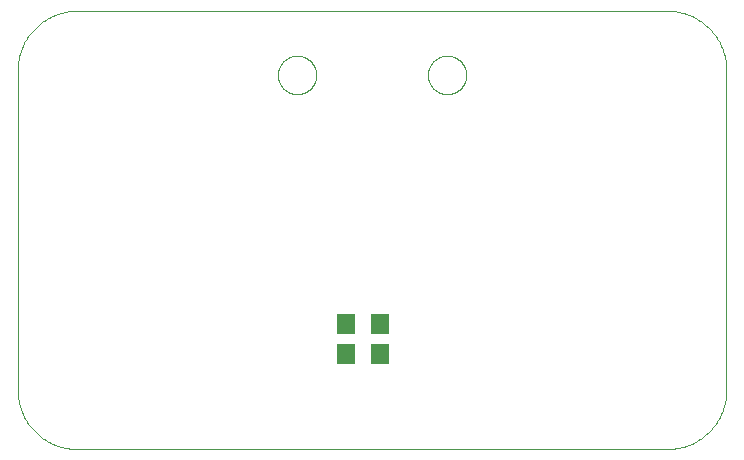
<source format=gtp>
G04 EAGLE Gerber RS-274X export*
G75*
%MOMM*%
%FSLAX34Y34*%
%LPD*%
%INSolder paste top*%
%IPPOS*%
%AMOC8*
5,1,8,0,0,1.08239X$1,22.5*%
G01*
%ADD10C,0.000000*%
%ADD11R,1.600000X1.803000*%


D10*
X0Y321000D02*
X0Y50000D01*
X15Y48792D01*
X58Y47584D01*
X131Y46378D01*
X233Y45174D01*
X365Y43973D01*
X525Y42776D01*
X714Y41582D01*
X931Y40394D01*
X1178Y39211D01*
X1453Y38034D01*
X1756Y36865D01*
X2088Y35703D01*
X2447Y34549D01*
X2834Y33405D01*
X3249Y32270D01*
X3691Y31145D01*
X4160Y30032D01*
X4656Y28930D01*
X5179Y27840D01*
X5727Y26764D01*
X6302Y25701D01*
X6902Y24652D01*
X7527Y23618D01*
X8176Y22599D01*
X8851Y21597D01*
X9549Y20611D01*
X10271Y19642D01*
X11016Y18691D01*
X11784Y17758D01*
X12574Y16844D01*
X13387Y15949D01*
X14220Y15074D01*
X15074Y14220D01*
X15949Y13387D01*
X16844Y12574D01*
X17758Y11784D01*
X18691Y11016D01*
X19642Y10271D01*
X20611Y9549D01*
X21597Y8851D01*
X22599Y8176D01*
X23618Y7527D01*
X24652Y6902D01*
X25701Y6302D01*
X26764Y5727D01*
X27840Y5179D01*
X28930Y4656D01*
X30032Y4160D01*
X31145Y3691D01*
X32270Y3249D01*
X33405Y2834D01*
X34549Y2447D01*
X35703Y2088D01*
X36865Y1756D01*
X38034Y1453D01*
X39211Y1178D01*
X40394Y931D01*
X41582Y714D01*
X42776Y525D01*
X43973Y365D01*
X45174Y233D01*
X46378Y131D01*
X47584Y58D01*
X48792Y15D01*
X50000Y0D01*
X550000Y0D01*
X551208Y15D01*
X552416Y58D01*
X553622Y131D01*
X554826Y233D01*
X556027Y365D01*
X557224Y525D01*
X558418Y714D01*
X559606Y931D01*
X560789Y1178D01*
X561966Y1453D01*
X563135Y1756D01*
X564297Y2088D01*
X565451Y2447D01*
X566595Y2834D01*
X567730Y3249D01*
X568855Y3691D01*
X569968Y4160D01*
X571070Y4656D01*
X572160Y5179D01*
X573236Y5727D01*
X574299Y6302D01*
X575348Y6902D01*
X576382Y7527D01*
X577401Y8176D01*
X578403Y8851D01*
X579389Y9549D01*
X580358Y10271D01*
X581309Y11016D01*
X582242Y11784D01*
X583156Y12574D01*
X584051Y13387D01*
X584926Y14220D01*
X585780Y15074D01*
X586613Y15949D01*
X587426Y16844D01*
X588216Y17758D01*
X588984Y18691D01*
X589729Y19642D01*
X590451Y20611D01*
X591149Y21597D01*
X591824Y22599D01*
X592473Y23618D01*
X593098Y24652D01*
X593698Y25701D01*
X594273Y26764D01*
X594821Y27840D01*
X595344Y28930D01*
X595840Y30032D01*
X596309Y31145D01*
X596751Y32270D01*
X597166Y33405D01*
X597553Y34549D01*
X597912Y35703D01*
X598244Y36865D01*
X598547Y38034D01*
X598822Y39211D01*
X599069Y40394D01*
X599286Y41582D01*
X599475Y42776D01*
X599635Y43973D01*
X599767Y45174D01*
X599869Y46378D01*
X599942Y47584D01*
X599985Y48792D01*
X600000Y50000D01*
X600000Y321000D01*
X599985Y322208D01*
X599942Y323416D01*
X599869Y324622D01*
X599767Y325826D01*
X599635Y327027D01*
X599475Y328224D01*
X599286Y329418D01*
X599069Y330606D01*
X598822Y331789D01*
X598547Y332966D01*
X598244Y334135D01*
X597912Y335297D01*
X597553Y336451D01*
X597166Y337595D01*
X596751Y338730D01*
X596309Y339855D01*
X595840Y340968D01*
X595344Y342070D01*
X594821Y343160D01*
X594273Y344236D01*
X593698Y345299D01*
X593098Y346348D01*
X592473Y347382D01*
X591824Y348401D01*
X591149Y349403D01*
X590451Y350389D01*
X589729Y351358D01*
X588984Y352309D01*
X588216Y353242D01*
X587426Y354156D01*
X586613Y355051D01*
X585780Y355926D01*
X584926Y356780D01*
X584051Y357613D01*
X583156Y358426D01*
X582242Y359216D01*
X581309Y359984D01*
X580358Y360729D01*
X579389Y361451D01*
X578403Y362149D01*
X577401Y362824D01*
X576382Y363473D01*
X575348Y364098D01*
X574299Y364698D01*
X573236Y365273D01*
X572160Y365821D01*
X571070Y366344D01*
X569968Y366840D01*
X568855Y367309D01*
X567730Y367751D01*
X566595Y368166D01*
X565451Y368553D01*
X564297Y368912D01*
X563135Y369244D01*
X561966Y369547D01*
X560789Y369822D01*
X559606Y370069D01*
X558418Y370286D01*
X557224Y370475D01*
X556027Y370635D01*
X554826Y370767D01*
X553622Y370869D01*
X552416Y370942D01*
X551208Y370985D01*
X550000Y371000D01*
X50000Y371000D01*
X48792Y370985D01*
X47584Y370942D01*
X46378Y370869D01*
X45174Y370767D01*
X43973Y370635D01*
X42776Y370475D01*
X41582Y370286D01*
X40394Y370069D01*
X39211Y369822D01*
X38034Y369547D01*
X36865Y369244D01*
X35703Y368912D01*
X34549Y368553D01*
X33405Y368166D01*
X32270Y367751D01*
X31145Y367309D01*
X30032Y366840D01*
X28930Y366344D01*
X27840Y365821D01*
X26764Y365273D01*
X25701Y364698D01*
X24652Y364098D01*
X23618Y363473D01*
X22599Y362824D01*
X21597Y362149D01*
X20611Y361451D01*
X19642Y360729D01*
X18691Y359984D01*
X17758Y359216D01*
X16844Y358426D01*
X15949Y357613D01*
X15074Y356780D01*
X14220Y355926D01*
X13387Y355051D01*
X12574Y354156D01*
X11784Y353242D01*
X11016Y352309D01*
X10271Y351358D01*
X9549Y350389D01*
X8851Y349403D01*
X8176Y348401D01*
X7527Y347382D01*
X6902Y346348D01*
X6302Y345299D01*
X5727Y344236D01*
X5179Y343160D01*
X4656Y342070D01*
X4160Y340968D01*
X3691Y339855D01*
X3249Y338730D01*
X2834Y337595D01*
X2447Y336451D01*
X2088Y335297D01*
X1756Y334135D01*
X1453Y332966D01*
X1178Y331789D01*
X931Y330606D01*
X714Y329418D01*
X525Y328224D01*
X365Y327027D01*
X233Y325826D01*
X131Y324622D01*
X58Y323416D01*
X15Y322208D01*
X0Y321000D01*
D11*
X277880Y80800D03*
X306320Y80800D03*
X277880Y106200D03*
X306320Y106200D03*
D10*
X220244Y316700D02*
X220249Y317099D01*
X220264Y317498D01*
X220288Y317896D01*
X220322Y318293D01*
X220366Y318690D01*
X220420Y319085D01*
X220483Y319479D01*
X220556Y319871D01*
X220639Y320262D01*
X220731Y320650D01*
X220833Y321036D01*
X220944Y321419D01*
X221064Y321799D01*
X221194Y322176D01*
X221333Y322550D01*
X221481Y322921D01*
X221639Y323288D01*
X221805Y323650D01*
X221980Y324009D01*
X222163Y324363D01*
X222356Y324713D01*
X222557Y325057D01*
X222766Y325397D01*
X222984Y325731D01*
X223209Y326060D01*
X223443Y326384D01*
X223685Y326701D01*
X223934Y327013D01*
X224191Y327318D01*
X224455Y327617D01*
X224727Y327909D01*
X225005Y328195D01*
X225291Y328473D01*
X225583Y328745D01*
X225882Y329009D01*
X226187Y329266D01*
X226499Y329515D01*
X226816Y329757D01*
X227140Y329991D01*
X227469Y330216D01*
X227803Y330434D01*
X228143Y330643D01*
X228487Y330844D01*
X228837Y331037D01*
X229191Y331220D01*
X229550Y331395D01*
X229912Y331561D01*
X230279Y331719D01*
X230650Y331867D01*
X231024Y332006D01*
X231401Y332136D01*
X231781Y332256D01*
X232164Y332367D01*
X232550Y332469D01*
X232938Y332561D01*
X233329Y332644D01*
X233721Y332717D01*
X234115Y332780D01*
X234510Y332834D01*
X234907Y332878D01*
X235304Y332912D01*
X235702Y332936D01*
X236101Y332951D01*
X236500Y332956D01*
X236899Y332951D01*
X237298Y332936D01*
X237696Y332912D01*
X238093Y332878D01*
X238490Y332834D01*
X238885Y332780D01*
X239279Y332717D01*
X239671Y332644D01*
X240062Y332561D01*
X240450Y332469D01*
X240836Y332367D01*
X241219Y332256D01*
X241599Y332136D01*
X241976Y332006D01*
X242350Y331867D01*
X242721Y331719D01*
X243088Y331561D01*
X243450Y331395D01*
X243809Y331220D01*
X244163Y331037D01*
X244513Y330844D01*
X244857Y330643D01*
X245197Y330434D01*
X245531Y330216D01*
X245860Y329991D01*
X246184Y329757D01*
X246501Y329515D01*
X246813Y329266D01*
X247118Y329009D01*
X247417Y328745D01*
X247709Y328473D01*
X247995Y328195D01*
X248273Y327909D01*
X248545Y327617D01*
X248809Y327318D01*
X249066Y327013D01*
X249315Y326701D01*
X249557Y326384D01*
X249791Y326060D01*
X250016Y325731D01*
X250234Y325397D01*
X250443Y325057D01*
X250644Y324713D01*
X250837Y324363D01*
X251020Y324009D01*
X251195Y323650D01*
X251361Y323288D01*
X251519Y322921D01*
X251667Y322550D01*
X251806Y322176D01*
X251936Y321799D01*
X252056Y321419D01*
X252167Y321036D01*
X252269Y320650D01*
X252361Y320262D01*
X252444Y319871D01*
X252517Y319479D01*
X252580Y319085D01*
X252634Y318690D01*
X252678Y318293D01*
X252712Y317896D01*
X252736Y317498D01*
X252751Y317099D01*
X252756Y316700D01*
X252751Y316301D01*
X252736Y315902D01*
X252712Y315504D01*
X252678Y315107D01*
X252634Y314710D01*
X252580Y314315D01*
X252517Y313921D01*
X252444Y313529D01*
X252361Y313138D01*
X252269Y312750D01*
X252167Y312364D01*
X252056Y311981D01*
X251936Y311601D01*
X251806Y311224D01*
X251667Y310850D01*
X251519Y310479D01*
X251361Y310112D01*
X251195Y309750D01*
X251020Y309391D01*
X250837Y309037D01*
X250644Y308687D01*
X250443Y308343D01*
X250234Y308003D01*
X250016Y307669D01*
X249791Y307340D01*
X249557Y307016D01*
X249315Y306699D01*
X249066Y306387D01*
X248809Y306082D01*
X248545Y305783D01*
X248273Y305491D01*
X247995Y305205D01*
X247709Y304927D01*
X247417Y304655D01*
X247118Y304391D01*
X246813Y304134D01*
X246501Y303885D01*
X246184Y303643D01*
X245860Y303409D01*
X245531Y303184D01*
X245197Y302966D01*
X244857Y302757D01*
X244513Y302556D01*
X244163Y302363D01*
X243809Y302180D01*
X243450Y302005D01*
X243088Y301839D01*
X242721Y301681D01*
X242350Y301533D01*
X241976Y301394D01*
X241599Y301264D01*
X241219Y301144D01*
X240836Y301033D01*
X240450Y300931D01*
X240062Y300839D01*
X239671Y300756D01*
X239279Y300683D01*
X238885Y300620D01*
X238490Y300566D01*
X238093Y300522D01*
X237696Y300488D01*
X237298Y300464D01*
X236899Y300449D01*
X236500Y300444D01*
X236101Y300449D01*
X235702Y300464D01*
X235304Y300488D01*
X234907Y300522D01*
X234510Y300566D01*
X234115Y300620D01*
X233721Y300683D01*
X233329Y300756D01*
X232938Y300839D01*
X232550Y300931D01*
X232164Y301033D01*
X231781Y301144D01*
X231401Y301264D01*
X231024Y301394D01*
X230650Y301533D01*
X230279Y301681D01*
X229912Y301839D01*
X229550Y302005D01*
X229191Y302180D01*
X228837Y302363D01*
X228487Y302556D01*
X228143Y302757D01*
X227803Y302966D01*
X227469Y303184D01*
X227140Y303409D01*
X226816Y303643D01*
X226499Y303885D01*
X226187Y304134D01*
X225882Y304391D01*
X225583Y304655D01*
X225291Y304927D01*
X225005Y305205D01*
X224727Y305491D01*
X224455Y305783D01*
X224191Y306082D01*
X223934Y306387D01*
X223685Y306699D01*
X223443Y307016D01*
X223209Y307340D01*
X222984Y307669D01*
X222766Y308003D01*
X222557Y308343D01*
X222356Y308687D01*
X222163Y309037D01*
X221980Y309391D01*
X221805Y309750D01*
X221639Y310112D01*
X221481Y310479D01*
X221333Y310850D01*
X221194Y311224D01*
X221064Y311601D01*
X220944Y311981D01*
X220833Y312364D01*
X220731Y312750D01*
X220639Y313138D01*
X220556Y313529D01*
X220483Y313921D01*
X220420Y314315D01*
X220366Y314710D01*
X220322Y315107D01*
X220288Y315504D01*
X220264Y315902D01*
X220249Y316301D01*
X220244Y316700D01*
X347244Y316700D02*
X347249Y317099D01*
X347264Y317498D01*
X347288Y317896D01*
X347322Y318293D01*
X347366Y318690D01*
X347420Y319085D01*
X347483Y319479D01*
X347556Y319871D01*
X347639Y320262D01*
X347731Y320650D01*
X347833Y321036D01*
X347944Y321419D01*
X348064Y321799D01*
X348194Y322176D01*
X348333Y322550D01*
X348481Y322921D01*
X348639Y323288D01*
X348805Y323650D01*
X348980Y324009D01*
X349163Y324363D01*
X349356Y324713D01*
X349557Y325057D01*
X349766Y325397D01*
X349984Y325731D01*
X350209Y326060D01*
X350443Y326384D01*
X350685Y326701D01*
X350934Y327013D01*
X351191Y327318D01*
X351455Y327617D01*
X351727Y327909D01*
X352005Y328195D01*
X352291Y328473D01*
X352583Y328745D01*
X352882Y329009D01*
X353187Y329266D01*
X353499Y329515D01*
X353816Y329757D01*
X354140Y329991D01*
X354469Y330216D01*
X354803Y330434D01*
X355143Y330643D01*
X355487Y330844D01*
X355837Y331037D01*
X356191Y331220D01*
X356550Y331395D01*
X356912Y331561D01*
X357279Y331719D01*
X357650Y331867D01*
X358024Y332006D01*
X358401Y332136D01*
X358781Y332256D01*
X359164Y332367D01*
X359550Y332469D01*
X359938Y332561D01*
X360329Y332644D01*
X360721Y332717D01*
X361115Y332780D01*
X361510Y332834D01*
X361907Y332878D01*
X362304Y332912D01*
X362702Y332936D01*
X363101Y332951D01*
X363500Y332956D01*
X363899Y332951D01*
X364298Y332936D01*
X364696Y332912D01*
X365093Y332878D01*
X365490Y332834D01*
X365885Y332780D01*
X366279Y332717D01*
X366671Y332644D01*
X367062Y332561D01*
X367450Y332469D01*
X367836Y332367D01*
X368219Y332256D01*
X368599Y332136D01*
X368976Y332006D01*
X369350Y331867D01*
X369721Y331719D01*
X370088Y331561D01*
X370450Y331395D01*
X370809Y331220D01*
X371163Y331037D01*
X371513Y330844D01*
X371857Y330643D01*
X372197Y330434D01*
X372531Y330216D01*
X372860Y329991D01*
X373184Y329757D01*
X373501Y329515D01*
X373813Y329266D01*
X374118Y329009D01*
X374417Y328745D01*
X374709Y328473D01*
X374995Y328195D01*
X375273Y327909D01*
X375545Y327617D01*
X375809Y327318D01*
X376066Y327013D01*
X376315Y326701D01*
X376557Y326384D01*
X376791Y326060D01*
X377016Y325731D01*
X377234Y325397D01*
X377443Y325057D01*
X377644Y324713D01*
X377837Y324363D01*
X378020Y324009D01*
X378195Y323650D01*
X378361Y323288D01*
X378519Y322921D01*
X378667Y322550D01*
X378806Y322176D01*
X378936Y321799D01*
X379056Y321419D01*
X379167Y321036D01*
X379269Y320650D01*
X379361Y320262D01*
X379444Y319871D01*
X379517Y319479D01*
X379580Y319085D01*
X379634Y318690D01*
X379678Y318293D01*
X379712Y317896D01*
X379736Y317498D01*
X379751Y317099D01*
X379756Y316700D01*
X379751Y316301D01*
X379736Y315902D01*
X379712Y315504D01*
X379678Y315107D01*
X379634Y314710D01*
X379580Y314315D01*
X379517Y313921D01*
X379444Y313529D01*
X379361Y313138D01*
X379269Y312750D01*
X379167Y312364D01*
X379056Y311981D01*
X378936Y311601D01*
X378806Y311224D01*
X378667Y310850D01*
X378519Y310479D01*
X378361Y310112D01*
X378195Y309750D01*
X378020Y309391D01*
X377837Y309037D01*
X377644Y308687D01*
X377443Y308343D01*
X377234Y308003D01*
X377016Y307669D01*
X376791Y307340D01*
X376557Y307016D01*
X376315Y306699D01*
X376066Y306387D01*
X375809Y306082D01*
X375545Y305783D01*
X375273Y305491D01*
X374995Y305205D01*
X374709Y304927D01*
X374417Y304655D01*
X374118Y304391D01*
X373813Y304134D01*
X373501Y303885D01*
X373184Y303643D01*
X372860Y303409D01*
X372531Y303184D01*
X372197Y302966D01*
X371857Y302757D01*
X371513Y302556D01*
X371163Y302363D01*
X370809Y302180D01*
X370450Y302005D01*
X370088Y301839D01*
X369721Y301681D01*
X369350Y301533D01*
X368976Y301394D01*
X368599Y301264D01*
X368219Y301144D01*
X367836Y301033D01*
X367450Y300931D01*
X367062Y300839D01*
X366671Y300756D01*
X366279Y300683D01*
X365885Y300620D01*
X365490Y300566D01*
X365093Y300522D01*
X364696Y300488D01*
X364298Y300464D01*
X363899Y300449D01*
X363500Y300444D01*
X363101Y300449D01*
X362702Y300464D01*
X362304Y300488D01*
X361907Y300522D01*
X361510Y300566D01*
X361115Y300620D01*
X360721Y300683D01*
X360329Y300756D01*
X359938Y300839D01*
X359550Y300931D01*
X359164Y301033D01*
X358781Y301144D01*
X358401Y301264D01*
X358024Y301394D01*
X357650Y301533D01*
X357279Y301681D01*
X356912Y301839D01*
X356550Y302005D01*
X356191Y302180D01*
X355837Y302363D01*
X355487Y302556D01*
X355143Y302757D01*
X354803Y302966D01*
X354469Y303184D01*
X354140Y303409D01*
X353816Y303643D01*
X353499Y303885D01*
X353187Y304134D01*
X352882Y304391D01*
X352583Y304655D01*
X352291Y304927D01*
X352005Y305205D01*
X351727Y305491D01*
X351455Y305783D01*
X351191Y306082D01*
X350934Y306387D01*
X350685Y306699D01*
X350443Y307016D01*
X350209Y307340D01*
X349984Y307669D01*
X349766Y308003D01*
X349557Y308343D01*
X349356Y308687D01*
X349163Y309037D01*
X348980Y309391D01*
X348805Y309750D01*
X348639Y310112D01*
X348481Y310479D01*
X348333Y310850D01*
X348194Y311224D01*
X348064Y311601D01*
X347944Y311981D01*
X347833Y312364D01*
X347731Y312750D01*
X347639Y313138D01*
X347556Y313529D01*
X347483Y313921D01*
X347420Y314315D01*
X347366Y314710D01*
X347322Y315107D01*
X347288Y315504D01*
X347264Y315902D01*
X347249Y316301D01*
X347244Y316700D01*
M02*

</source>
